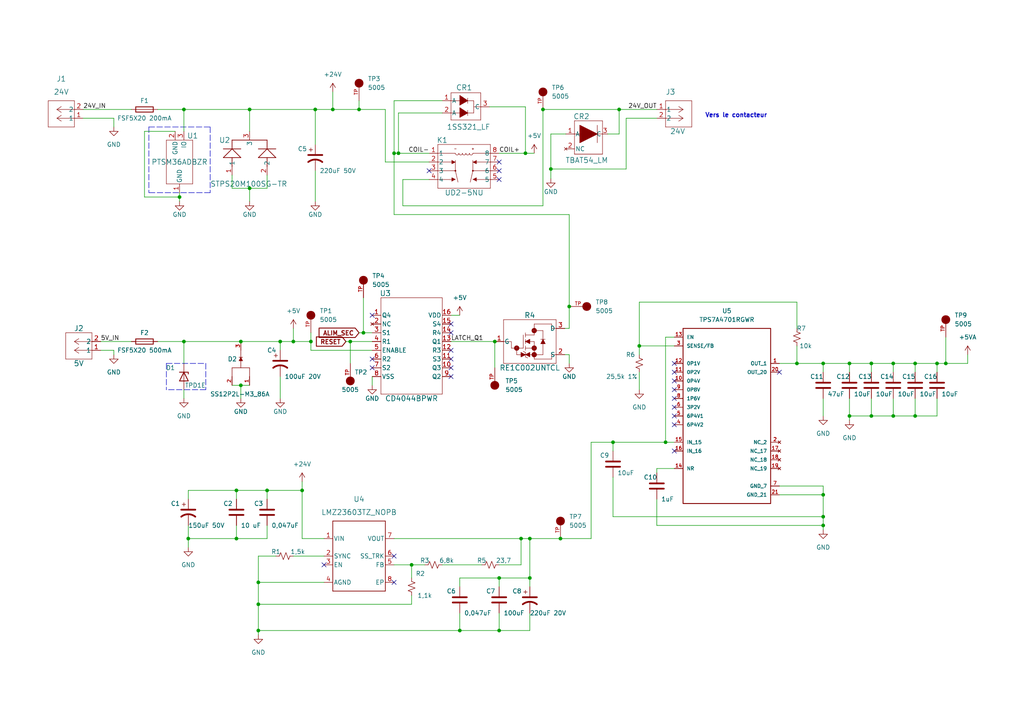
<source format=kicad_sch>
(kicad_sch (version 20211123) (generator eeschema)
  (paper "A4")
  (title_block (title "BUMBLEBEE") (date "2024-01-15") (rev "1.00") (company "ExoFlex") (comment 1 "Bumblebee"))
  (lib_symbols
    (symbol "Device:C" (pin_numbers hide) (pin_names (offset 0.254))
      (property "Reference" "C" (at 0.635 2.54 0))
      (property "Value" "C" (at 0.635 -2.54 0))
      (symbol "C_1_1"
        (pin passive line (at 0 3.81 270) (length 2.794) (name "~") (number "1"))
        (pin passive line (at 0 -3.81 90) (length 2.794) (name "~") (number "2"))
      )
    )
    (symbol "Device:C_Polarized_US" (pin_numbers hide) (pin_names (offset 0.254) hide)
      (property "Reference" "C" (at 0.635 2.54 0))
      (property "Value" "C_Polarized_US" (at 0.635 -2.54 0))
      (symbol "C_Polarized_US_1_1"
        (pin passive line (at 0 3.81 270) (length 2.794) (name "~") (number "1"))
        (pin passive line (at 0 -3.81 90) (length 3.302) (name "~") (number "2"))
      )
    )
    (symbol "Device:D_Zener" (pin_numbers hide) (pin_names (offset 1.016) hide)
      (property "Reference" "D" (at 0 2.54 0))
      (property "Value" "D_Zener" (at 0 -2.54 0))
      (symbol "D_Zener_1_1"
        (pin passive line (at -3.81 0 0) (length 2.54) (name "K") (number "1"))
        (pin passive line (at 3.81 0 180) (length 2.54) (name "A") (number "2"))
      )
    )
    (symbol "Device:Fuse" (pin_numbers hide) (pin_names (offset 0))
      (property "Reference" "F" (at 2.032 0 90))
      (property "Value" "Fuse" (at -1.905 0 90))
      (symbol "Fuse_1_1"
        (pin passive line (at 0 3.81 270) (length 1.27) (name "~") (number "1"))
        (pin passive line (at 0 -3.81 90) (length 1.27) (name "~") (number "2"))
      )
    )
    (symbol "Device:R_Small_US" (pin_numbers hide) (pin_names (offset 0.254) hide)
      (property "Reference" "R" (at 0.762 0.508 0))
      (property "Value" "R_Small_US" (at 0.762 -1.016 0))
      (symbol "R_Small_US_1_1"
        (pin passive line (at 0 2.54 270) (length 1.016) (name "~") (number "1"))
        (pin passive line (at 0 -2.54 90) (length 1.016) (name "~") (number "2"))
      )
    )
    (symbol "SymLib:1729128" (pin_names (offset 0.254))
      (property "Reference" "J" (at 6.35 3.81 0))
      (property "Value" "1729128" (at 8.89 -6.35 0))
      (symbol "1729128_1_1"
        (pin unspecified line (at 2.54 0 0) (length 2.54) (name "1") (number "1"))
        (pin unspecified line (at 2.54 -2.54 0) (length 2.54) (name "2") (number "2"))
      )
      (symbol "1729128_1_2"
        (pin unspecified line (at 0 0 0) (length 5.08) (name "1") (number "1"))
        (pin unspecified line (at 0 -2.54 0) (length 5.08) (name "2") (number "2"))
      )
    )
    (symbol "SymLib:1SS321_LF" (pin_names (offset 0.254))
      (property "Reference" "CR" (at 13.97 6.096 0))
      (property "Value" "1SS321_LF" (at 17.018 -4.572 0))
      (symbol "1SS321_LF_0_1"
        (pin unspecified line (at 10.16 2.54 0) (length 2.54) (name "A") (number "1"))
        (pin unspecified line (at 10.16 -1.016 0) (length 2.54) (name "A") (number "2"))
        (pin unspecified line (at 23.876 0.762 180) (length 2.54) (name "C") (number "3"))
      )
    )
    (symbol "SymLib:5005" (pin_names (offset 1.016))
      (property "Reference" "TP" (at -2.54 2.54 0))
      (property "Value" "5005" (at -2.54 -3.81 0))
      (symbol "5005_0_0"
        (pin passive line (at -5.08 0 0) (length 5.08) (name "~") (number "TP"))
      )
    )
    (symbol "SymLib:CD4044BPWR" (pin_names (offset 0.254))
      (property "Reference" "U" (at 8.89 6.35 0))
      (property "Value" "CD4044BPWR" (at 15.24 -24.13 0))
      (symbol "CD4044BPWR_0_1"
        (pin unspecified line (at 5.08 0 0) (length 2.54) (name "Q4") (number "1"))
        (pin unspecified line (at 27.94 -15.24 180) (length 2.54) (name "Q3") (number "10"))
        (pin unspecified line (at 27.94 -12.7 180) (length 2.54) (name "S3") (number "11"))
        (pin unspecified line (at 27.94 -10.16 180) (length 2.54) (name "R3") (number "12"))
        (pin unspecified line (at 27.94 -7.62 180) (length 2.54) (name "Q1") (number "13"))
        (pin unspecified line (at 27.94 -5.08 180) (length 2.54) (name "R4") (number "14"))
        (pin unspecified line (at 27.94 -2.54 180) (length 2.54) (name "S4") (number "15"))
        (pin power_in line (at 27.94 0 180) (length 2.54) (name "VDD") (number "16"))
        (pin no_connect line (at 5.08 -2.54 0) (length 2.54) (name "NC") (number "2"))
        (pin unspecified line (at 5.08 -5.08 0) (length 2.54) (name "S1") (number "3"))
        (pin unspecified line (at 5.08 -7.62 0) (length 2.54) (name "R1") (number "4"))
        (pin unspecified line (at 5.08 -10.16 0) (length 2.54) (name "ENABLE") (number "5"))
        (pin unspecified line (at 5.08 -12.7 0) (length 2.54) (name "R2") (number "6"))
        (pin unspecified line (at 5.08 -15.24 0) (length 2.54) (name "S2") (number "7"))
        (pin power_in line (at 5.08 -17.78 0) (length 2.54) (name "VSS") (number "8"))
        (pin unspecified line (at 27.94 -17.78 180) (length 2.54) (name "Q2") (number "9"))
      )
    )
    (symbol "SymLib:LMZ23603TZ_NOPB" (pin_names (offset 0.254))
      (property "Reference" "U" (at -13.97 11.43 0))
      (property "Value" "LMZ23603TZ_NOPB" (at -7.62 -11.43 0))
      (symbol "LMZ23603TZ_NOPB_0_1"
        (pin power_in line (at -17.78 5.08 0) (length 2.54) (name "VIN") (number "1"))
        (pin input line (at -17.78 0 0) (length 2.54) (name "SYNC") (number "2"))
        (pin input line (at -17.78 -2.54 0) (length 2.54) (name "EN") (number "3"))
        (pin power_in line (at -17.78 -7.62 0) (length 2.54) (name "AGND") (number "4"))
        (pin input line (at 2.54 -2.54 180) (length 2.54) (name "FB") (number "5"))
        (pin input line (at 2.54 0 180) (length 2.54) (name "SS_TRK") (number "6"))
        (pin power_in line (at 2.54 5.08 180) (length 2.54) (name "VOUT") (number "7"))
        (pin power_in line (at 2.54 -7.62 180) (length 2.54) (name "EP") (number "8"))
      )
    )
    (symbol "SymLib:PTSM36ADBZR" (pin_names (offset 0.254))
      (property "Reference" "U" (at -5.08 5.08 0))
      (property "Value" "PTSM36ADBZR" (at 0 -5.08 0))
      (symbol "PTSM36ADBZR_0_1"
        (pin power_out line (at 8.89 0 180) (length 2.54) (name "GND") (number "1"))
        (pin power_out line (at -8.89 -1.27 0) (length 2.54) (name "GND") (number "2"))
        (pin bidirectional line (at -8.89 1.27 0) (length 2.54) (name "IO") (number "3"))
      )
    )
    (symbol "SymLib:RE1C002UNTCL" (pin_names (offset 0.254))
      (property "Reference" "R" (at 14.605 9.017 0))
      (property "Value" "RE1C002UNTCL" (at 21.59 -6.985 0))
      (symbol "RE1C002UNTCL_0_1"
        (pin unspecified line (at 11.43 1.27 0) (length 2.54) (name "G") (number "1"))
        (pin unspecified line (at 31.75 -2.54 180) (length 2.54) (name "S") (number "2"))
        (pin unspecified line (at 31.75 5.08 180) (length 2.54) (name "D") (number "3"))
      )
    )
    (symbol "SymLib:SS12P2L-M3_86A" (pin_names (offset 1.016))
      (property "Reference" "D" (at -10.16 5.08 0))
      (property "Value" "SS12P2L-M3_86A" (at -10.16 -7.62 0))
      (symbol "SS12P2L-M3_86A_0_0"
        (pin passive line (at -7.62 -2.54 0) (length 2.54) (name "~") (number "1"))
        (pin passive line (at -7.62 2.54 0) (length 2.54) (name "~") (number "2"))
        (pin passive line (at 5.08 0 180) (length 2.54) (name "~") (number "3"))
      )
    )
    (symbol "SymLib:STPS20M100SG-TR" (pin_names (offset 0.254))
      (property "Reference" "U" (at 5.715 -15.24 0))
      (property "Value" "STPS20M100SG-TR" (at 5.715 -19.05 0))
      (symbol "STPS20M100SG-TR_0_1"
        (pin unspecified line (at 0 0 0) (length 2.54) (name "1") (number "1"))
        (pin unspecified line (at 0 -10.16 0) (length 2.54) (name "2") (number "2"))
        (pin unspecified line (at 12.7 -5.08 180) (length 2.54) (name "3") (number "3"))
      )
    )
    (symbol "SymLib:TBAT54_LM" (pin_names (offset 0.254))
      (property "Reference" "CR" (at 8.636 6.35 0))
      (property "Value" "TBAT54_LM" (at 11.43 -6.096 0))
      (symbol "TBAT54_LM_0_1"
        (pin unspecified line (at 4.826 1.27 0) (length 2.54) (name "A") (number "1"))
        (pin no_connect line (at 4.826 -3.048 0) (length 2.54) (name "NC") (number "2"))
        (pin unspecified line (at 17.018 1.27 180) (length 1.54) (name "C") (number "3"))
      )
    )
    (symbol "SymLib:TPS7A4701RGWR" (pin_names (offset 1.016))
      (property "Reference" "U" (at -12.7 26.67 0))
      (property "Value" "TPS7A4701RGWR" (at -12.7 -26.67 0))
      (symbol "TPS7A4701RGWR_0_0"
        (pin output line (at 15.24 15.24 180) (length 2.54) (name "OUT_1") (number "1"))
        (pin input line (at -15.24 10.16 0) (length 2.54) (name "0P4V") (number "10"))
        (pin input line (at -15.24 12.7 0) (length 2.54) (name "0P2V") (number "11"))
        (pin input line (at -15.24 15.24 0) (length 2.54) (name "0P1V") (number "12"))
        (pin input line (at -15.24 22.86 0) (length 2.54) (name "EN") (number "13"))
        (pin passive line (at -15.24 -15.24 0) (length 2.54) (name "NR") (number "14"))
        (pin input line (at -15.24 -7.62 0) (length 2.54) (name "IN_15") (number "15"))
        (pin input line (at -15.24 -10.16 0) (length 2.54) (name "IN_16") (number "16"))
        (pin no_connect line (at 15.24 -10.16 180) (length 2.54) (name "NC_17") (number "17"))
        (pin no_connect line (at 15.24 -12.7 180) (length 2.54) (name "NC_18") (number "18"))
        (pin no_connect line (at 15.24 -15.24 180) (length 2.54) (name "NC_19") (number "19"))
        (pin no_connect line (at 15.24 -7.62 180) (length 2.54) (name "NC_2") (number "2"))
        (pin output line (at 15.24 12.7 180) (length 2.54) (name "OUT_20") (number "20"))
        (pin power_in line (at 15.24 -22.86 180) (length 2.54) (name "GND_21") (number "21"))
        (pin input line (at -15.24 20.32 0) (length 2.54) (name "SENSE/FB") (number "3"))
        (pin input line (at -15.24 -2.54 0) (length 2.54) (name "6P4V2") (number "4"))
        (pin input line (at -15.24 0 0) (length 2.54) (name "6P4V1") (number "5"))
        (pin input line (at -15.24 2.54 0) (length 2.54) (name "3P2V") (number "6"))
        (pin power_in line (at 15.24 -20.32 180) (length 2.54) (name "GND_7") (number "7"))
        (pin input line (at -15.24 5.08 0) (length 2.54) (name "1P6V") (number "8"))
        (pin input line (at -15.24 7.62 0) (length 2.54) (name "0P8V") (number "9"))
      )
    )
    (symbol "SymLib:UD2-5NU" (pin_names (offset 0.254))
      (property "Reference" "K" (at 8.89 3.81 0))
      (property "Value" "UD2-5NU" (at 12.7 -11.43 0))
      (symbol "UD2-5NU_0_1"
        (pin unspecified line (at 5.08 0 0) (length 2.54) (name "1") (number "1"))
        (pin unspecified line (at 5.08 -2.54 0) (length 2.54) (name "2") (number "2"))
        (pin unspecified line (at 5.08 -5.08 0) (length 2.54) (name "3") (number "3"))
        (pin unspecified line (at 5.08 -7.62 0) (length 2.54) (name "4") (number "4"))
        (pin unspecified line (at 25.4 -7.62 180) (length 2.54) (name "5") (number "5"))
        (pin unspecified line (at 25.4 -5.08 180) (length 2.54) (name "6") (number "6"))
        (pin unspecified line (at 25.4 -2.54 180) (length 2.54) (name "7") (number "7"))
        (pin unspecified line (at 25.4 0 180) (length 2.54) (name "8") (number "8"))
      )
    )
    (symbol "power:+24V" (power) (pin_names (offset 0))
      (property "Value" "+24V" (at 0 3.556 0))
      (symbol "+24V_1_1"
        (pin power_in line (at 0 0 90) (length 0) hide (name "+24V") (number "1"))
      )
    )
    (symbol "power:+5V" (power) (pin_names (offset 0))
      (property "Value" "+5V" (at 0 3.556 0))
      (symbol "+5V_1_1"
        (pin power_in line (at 0 0 90) (length 0) hide (name "+5V") (number "1"))
      )
    )
    (symbol "power:+5VA" (power) (pin_names (offset 0))
      (property "Value" "+5VA" (at 0 3.556 0))
      (symbol "+5VA_1_1"
        (pin power_in line (at 0 0 90) (length 0) hide (name "+5VA") (number "1"))
      )
    )
    (symbol "power:GND" (power) (pin_names (offset 0))
      (property "Value" "GND" (at 0 -3.81 0))
      (symbol "GND_1_1"
        (pin power_in line (at 0 0 270) (length 0) hide (name "GND") (number "1"))
      )
    )
  )
  (junction (at 74.93 182.88))
  (junction (at 104.14 31.75))
  (junction (at 238.76 152.4))
  (junction (at 72.39 54.61))
  (junction (at 153.67 167.64))
  (junction (at 246.38 120.65))
  (junction (at 52.07 57.15))
  (junction (at 114.3 44.45))
  (junction (at 271.78 105.41))
  (junction (at 133.35 182.88))
  (junction (at 53.34 99.06))
  (junction (at 153.67 156.21))
  (junction (at 238.76 105.41))
  (junction (at 115.57 44.45))
  (junction (at 68.58 142.24))
  (junction (at 265.43 105.41))
  (junction (at 87.63 142.24))
  (junction (at 74.93 175.26))
  (junction (at 238.76 143.51))
  (junction (at 105.41 96.52))
  (junction (at 81.28 99.06))
  (junction (at 144.78 167.64))
  (junction (at 259.08 120.65))
  (junction (at 179.578 31.75))
  (junction (at 246.38 105.41))
  (junction (at 72.39 31.75))
  (junction (at 144.78 182.88))
  (junction (at 259.08 105.41))
  (junction (at 185.42 100.33))
  (junction (at 265.43 120.65))
  (junction (at 252.73 105.41))
  (junction (at 177.8 128.27))
  (junction (at 74.93 168.91))
  (junction (at 85.09 99.06))
  (junction (at 193.04 128.27))
  (junction (at 101.6 99.06))
  (junction (at 151.13 156.21))
  (junction (at 96.52 31.75))
  (junction (at 69.85 111.76))
  (junction (at 69.85 99.06))
  (junction (at 53.34 31.75))
  (junction (at 159.766 49.022))
  (junction (at 143.51 99.06))
  (junction (at 165.1 88.9))
  (junction (at 231.14 105.41))
  (junction (at 54.61 156.21))
  (junction (at 90.17 99.06))
  (junction (at 238.76 149.86))
  (junction (at 68.58 156.21))
  (junction (at 157.48 31.75))
  (junction (at 274.32 105.41))
  (junction (at 91.44 31.75))
  (junction (at 152.4 44.45))
  (junction (at 77.47 142.24))
  (junction (at 119.38 163.83))
  (junction (at 252.73 120.65))
  (junction (at 162.56 156.21))
  (no_connect (at 124.46 49.53))
  (no_connect (at 107.95 91.44))
  (no_connect (at 195.58 110.49))
  (no_connect (at 195.58 105.41))
  (no_connect (at 195.58 120.65))
  (no_connect (at 195.58 113.03))
  (no_connect (at 195.58 130.81))
  (no_connect (at 195.58 115.57))
  (no_connect (at 107.95 106.68))
  (no_connect (at 93.98 163.83))
  (no_connect (at 130.81 104.14))
  (no_connect (at 107.95 104.14))
  (no_connect (at 130.81 109.22))
  (no_connect (at 195.58 118.11))
  (no_connect (at 130.81 106.68))
  (no_connect (at 144.78 46.99))
  (no_connect (at 195.58 107.95))
  (no_connect (at 130.81 101.6))
  (no_connect (at 144.78 49.53))
  (no_connect (at 195.58 123.19))
  (no_connect (at 114.3 168.91))
  (no_connect (at 226.06 107.95))
  (no_connect (at 144.78 52.07))
  (no_connect (at 114.3 161.29))
  (no_connect (at 130.81 93.98))
  (no_connect (at 130.81 96.52))
  (wire (pts (xy 176.276 38.862) (xy 179.578 38.862)))
  (wire (pts (xy 153.67 156.21) (xy 153.67 167.64)))
  (wire (pts (xy 53.34 38.1) (xy 53.34 31.75)))
  (wire (pts (xy 91.44 31.75) (xy 96.52 31.75)))
  (wire (pts (xy 252.73 105.41) (xy 252.73 107.95)))
  (wire (pts (xy 144.78 182.88) (xy 153.67 182.88)))
  (wire (pts (xy 153.67 177.8) (xy 153.67 182.88)))
  (wire (pts (xy 87.63 139.7) (xy 87.63 142.24)))
  (wire (pts (xy 85.09 95.25) (xy 85.09 99.06)))
  (wire (pts (xy 163.83 102.87) (xy 165.1 102.87)))
  (wire (pts (xy 100.33 99.06) (xy 101.6 99.06)))
  (wire (pts (xy 29.21 99.06) (xy 38.1 99.06)))
  (wire (pts (xy 185.42 100.33) (xy 195.58 100.33)))
  (wire (pts (xy 69.85 111.76) (xy 69.85 115.57)))
  (wire (pts (xy 246.38 120.65) (xy 246.38 121.92)))
  (wire (pts (xy 193.04 128.27) (xy 195.58 128.27)))
  (wire (pts (xy 114.3 44.45) (xy 114.3 62.23)))
  (wire (pts (xy 101.6 99.06) (xy 101.6 105.41)))
  (wire (pts (xy 128.27 32.766) (xy 115.57 32.766)))
  (wire (pts (xy 72.39 38.1) (xy 72.39 31.75)))
  (wire (pts (xy 259.08 115.57) (xy 259.08 120.65)))
  (wire (pts (xy 252.73 115.57) (xy 252.73 120.65)))
  (wire (pts (xy 144.78 44.45) (xy 152.4 44.45)))
  (wire (pts (xy 114.3 163.83) (xy 119.38 163.83)))
  (wire (pts (xy 141.986 30.988) (xy 152.4 30.988)))
  (wire (pts (xy 246.38 105.41) (xy 252.73 105.41)))
  (wire (pts (xy 265.43 105.41) (xy 271.78 105.41)))
  (wire (pts (xy 90.17 101.6) (xy 107.95 101.6)))
  (wire (pts (xy 101.6 99.06) (xy 107.95 99.06)))
  (wire (pts (xy 104.14 96.52) (xy 105.41 96.52)))
  (wire (pts (xy 271.78 105.41) (xy 271.78 107.95)))
  (wire (pts (xy 259.08 105.41) (xy 265.43 105.41)))
  (wire (pts (xy 67.31 50.8) (xy 67.31 54.61)))
  (wire (pts (xy 116.84 59.69) (xy 157.48 59.69)))
  (wire (pts (xy 238.76 152.4) (xy 238.76 153.67)))
  (wire (pts (xy 128.27 163.83) (xy 139.7 163.83)))
  (wire (pts (xy 115.57 32.766) (xy 115.57 44.45)))
  (wire (pts (xy 114.3 29.21) (xy 114.3 44.45)))
  (wire (pts (xy 111.76 31.75) (xy 111.76 46.99)))
  (wire (pts (xy 53.34 105.41) (xy 53.34 99.06)))
  (wire (pts (xy 53.34 31.75) (xy 45.72 31.75)))
  (wire (pts (xy 238.76 140.97) (xy 238.76 143.51)))
  (polyline (pts (xy 59.69 105.41) (xy 59.69 113.03)))
  (wire (pts (xy 177.8 149.86) (xy 238.76 149.86)))
  (wire (pts (xy 96.52 31.75) (xy 104.14 31.75)))
  (wire (pts (xy 144.78 167.64) (xy 133.35 167.64)))
  (wire (pts (xy 165.1 62.23) (xy 165.1 88.9)))
  (polyline (pts (xy 43.18 36.83) (xy 43.18 55.88)))
  (wire (pts (xy 165.1 102.87) (xy 165.1 105.41)))
  (wire (pts (xy 115.57 44.45) (xy 124.46 44.45)))
  (wire (pts (xy 159.766 38.862) (xy 159.766 49.022)))
  (wire (pts (xy 226.06 143.51) (xy 238.76 143.51)))
  (wire (pts (xy 259.08 105.41) (xy 259.08 107.95)))
  (wire (pts (xy 231.14 105.41) (xy 238.76 105.41)))
  (wire (pts (xy 252.73 105.41) (xy 259.08 105.41)))
  (wire (pts (xy 114.3 156.21) (xy 151.13 156.21)))
  (wire (pts (xy 41.91 38.1) (xy 41.91 57.15)))
  (wire (pts (xy 143.51 99.06) (xy 143.51 106.68)))
  (wire (pts (xy 54.61 156.21) (xy 54.61 152.4)))
  (wire (pts (xy 68.58 156.21) (xy 77.47 156.21)))
  (wire (pts (xy 24.13 34.29) (xy 33.02 34.29)))
  (wire (pts (xy 74.93 182.88) (xy 133.35 182.88)))
  (wire (pts (xy 68.58 144.78) (xy 68.58 142.24)))
  (wire (pts (xy 119.38 163.83) (xy 119.38 167.64)))
  (wire (pts (xy 181.61 49.022) (xy 159.766 49.022)))
  (wire (pts (xy 193.04 97.79) (xy 195.58 97.79)))
  (wire (pts (xy 90.17 96.52) (xy 90.17 99.06)))
  (wire (pts (xy 74.93 175.26) (xy 119.38 175.26)))
  (wire (pts (xy 91.44 49.53) (xy 91.44 58.42)))
  (wire (pts (xy 53.34 113.03) (xy 53.34 115.57)))
  (wire (pts (xy 179.578 38.862) (xy 179.578 31.75)))
  (wire (pts (xy 179.578 31.75) (xy 190.5 31.75)))
  (wire (pts (xy 72.39 31.75) (xy 91.44 31.75)))
  (wire (pts (xy 185.42 87.63) (xy 185.42 100.33)))
  (wire (pts (xy 105.41 86.36) (xy 105.41 96.52)))
  (wire (pts (xy 72.39 111.76) (xy 69.85 111.76)))
  (wire (pts (xy 246.38 120.65) (xy 252.73 120.65)))
  (wire (pts (xy 238.76 105.41) (xy 238.76 107.95)))
  (wire (pts (xy 90.17 99.06) (xy 90.17 101.6)))
  (wire (pts (xy 33.02 101.6) (xy 29.21 101.6)))
  (polyline (pts (xy 48.26 105.41) (xy 48.26 113.03)))
  (wire (pts (xy 133.35 182.88) (xy 144.78 182.88)))
  (wire (pts (xy 177.8 138.43) (xy 177.8 149.86)))
  (wire (pts (xy 74.93 168.91) (xy 74.93 175.26)))
  (wire (pts (xy 50.8 38.1) (xy 41.91 38.1)))
  (wire (pts (xy 226.06 140.97) (xy 238.76 140.97)))
  (wire (pts (xy 69.85 99.06) (xy 81.28 99.06)))
  (wire (pts (xy 252.73 120.65) (xy 259.08 120.65)))
  (wire (pts (xy 157.48 31.75) (xy 179.578 31.75)))
  (wire (pts (xy 165.1 95.25) (xy 163.83 95.25)))
  (wire (pts (xy 181.61 34.29) (xy 181.61 49.022)))
  (wire (pts (xy 133.35 167.64) (xy 133.35 170.18)))
  (wire (pts (xy 246.38 105.41) (xy 246.38 107.95)))
  (wire (pts (xy 81.28 99.06) (xy 85.09 99.06)))
  (wire (pts (xy 144.78 177.8) (xy 144.78 182.88)))
  (wire (pts (xy 53.34 31.75) (xy 72.39 31.75)))
  (wire (pts (xy 119.38 163.83) (xy 123.19 163.83)))
  (wire (pts (xy 33.02 34.29) (xy 33.02 36.83)))
  (wire (pts (xy 33.02 102.87) (xy 33.02 101.6)))
  (wire (pts (xy 104.14 31.75) (xy 111.76 31.75)))
  (wire (pts (xy 185.42 107.95) (xy 185.42 113.03)))
  (wire (pts (xy 67.31 111.76) (xy 69.85 111.76)))
  (wire (pts (xy 238.76 115.57) (xy 238.76 120.65)))
  (wire (pts (xy 265.43 120.65) (xy 271.78 120.65)))
  (wire (pts (xy 181.61 34.29) (xy 190.5 34.29)))
  (wire (pts (xy 68.58 142.24) (xy 77.47 142.24)))
  (wire (pts (xy 87.63 156.21) (xy 93.98 156.21)))
  (wire (pts (xy 128.27 29.21) (xy 114.3 29.21)))
  (wire (pts (xy 114.3 44.45) (xy 115.57 44.45)))
  (wire (pts (xy 177.8 128.27) (xy 193.04 128.27)))
  (wire (pts (xy 231.14 100.33) (xy 231.14 105.41)))
  (wire (pts (xy 280.67 102.87) (xy 280.67 105.41)))
  (wire (pts (xy 238.76 149.86) (xy 238.76 152.4)))
  (wire (pts (xy 238.76 143.51) (xy 238.76 149.86)))
  (wire (pts (xy 246.38 115.57) (xy 246.38 120.65)))
  (wire (pts (xy 74.93 182.88) (xy 74.93 184.15)))
  (wire (pts (xy 151.13 163.83) (xy 151.13 156.21)))
  (polyline (pts (xy 43.18 36.83) (xy 60.96 36.83)))
  (wire (pts (xy 231.14 87.63) (xy 185.42 87.63)))
  (wire (pts (xy 190.5 135.89) (xy 190.5 137.16)))
  (wire (pts (xy 107.95 109.22) (xy 107.95 111.76)))
  (polyline (pts (xy 60.96 36.83) (xy 60.96 55.88)))
  (wire (pts (xy 265.43 115.57) (xy 265.43 120.65)))
  (wire (pts (xy 111.76 46.99) (xy 124.46 46.99)))
  (wire (pts (xy 193.04 128.27) (xy 193.04 97.79)))
  (wire (pts (xy 177.8 128.27) (xy 177.8 130.81)))
  (wire (pts (xy 162.56 156.21) (xy 171.45 156.21)))
  (polyline (pts (xy 48.26 105.41) (xy 59.69 105.41)))
  (wire (pts (xy 54.61 158.75) (xy 54.61 156.21)))
  (polyline (pts (xy 59.69 113.03) (xy 48.26 113.03)))
  (wire (pts (xy 119.38 175.26) (xy 119.38 172.72)))
  (wire (pts (xy 190.5 152.4) (xy 238.76 152.4)))
  (wire (pts (xy 271.78 105.41) (xy 274.32 105.41)))
  (wire (pts (xy 74.93 161.29) (xy 74.93 168.91)))
  (wire (pts (xy 238.76 105.41) (xy 246.38 105.41)))
  (wire (pts (xy 77.47 152.4) (xy 77.47 156.21)))
  (wire (pts (xy 77.47 144.78) (xy 77.47 142.24)))
  (wire (pts (xy 185.42 102.87) (xy 185.42 100.33)))
  (wire (pts (xy 81.28 101.6) (xy 81.28 99.06)))
  (wire (pts (xy 68.58 142.24) (xy 54.61 142.24)))
  (wire (pts (xy 74.93 175.26) (xy 74.93 182.88)))
  (wire (pts (xy 85.09 161.29) (xy 93.98 161.29)))
  (wire (pts (xy 152.4 30.988) (xy 152.4 44.45)))
  (wire (pts (xy 226.06 105.41) (xy 231.14 105.41)))
  (wire (pts (xy 114.3 62.23) (xy 165.1 62.23)))
  (wire (pts (xy 54.61 156.21) (xy 68.58 156.21)))
  (wire (pts (xy 231.14 95.25) (xy 231.14 87.63)))
  (wire (pts (xy 151.13 156.21) (xy 153.67 156.21)))
  (wire (pts (xy 116.84 52.07) (xy 124.46 52.07)))
  (wire (pts (xy 171.45 128.27) (xy 171.45 156.21)))
  (wire (pts (xy 171.45 128.27) (xy 177.8 128.27)))
  (wire (pts (xy 130.81 91.44) (xy 133.35 91.44)))
  (wire (pts (xy 41.91 57.15) (xy 52.07 57.15)))
  (wire (pts (xy 159.766 49.022) (xy 159.766 51.816)))
  (wire (pts (xy 77.47 50.8) (xy 77.47 54.61)))
  (wire (pts (xy 265.43 105.41) (xy 265.43 107.95)))
  (wire (pts (xy 53.34 99.06) (xy 69.85 99.06)))
  (wire (pts (xy 67.31 54.61) (xy 72.39 54.61)))
  (wire (pts (xy 195.58 135.89) (xy 190.5 135.89)))
  (wire (pts (xy 105.41 96.52) (xy 107.95 96.52)))
  (wire (pts (xy 87.63 142.24) (xy 87.63 156.21)))
  (wire (pts (xy 91.44 41.91) (xy 91.44 31.75)))
  (wire (pts (xy 153.67 167.64) (xy 153.67 170.18)))
  (wire (pts (xy 81.28 109.22) (xy 81.28 115.57)))
  (wire (pts (xy 144.78 163.83) (xy 151.13 163.83)))
  (wire (pts (xy 24.13 31.75) (xy 38.1 31.75)))
  (wire (pts (xy 271.78 115.57) (xy 271.78 120.65)))
  (wire (pts (xy 116.84 59.69) (xy 116.84 52.07)))
  (wire (pts (xy 52.07 57.15) (xy 52.07 55.88)))
  (wire (pts (xy 104.14 29.21) (xy 104.14 31.75)))
  (wire (pts (xy 133.35 177.8) (xy 133.35 182.88)))
  (wire (pts (xy 77.47 142.24) (xy 87.63 142.24)))
  (wire (pts (xy 52.07 58.42) (xy 52.07 57.15)))
  (wire (pts (xy 53.34 99.06) (xy 45.72 99.06)))
  (wire (pts (xy 96.52 26.67) (xy 96.52 31.75)))
  (wire (pts (xy 93.98 168.91) (xy 74.93 168.91)))
  (wire (pts (xy 165.1 88.9) (xy 165.1 95.25)))
  (wire (pts (xy 68.58 152.4) (xy 68.58 156.21)))
  (wire (pts (xy 190.5 144.78) (xy 190.5 152.4)))
  (wire (pts (xy 72.39 58.42) (xy 72.39 54.61)))
  (wire (pts (xy 54.61 144.78) (xy 54.61 142.24)))
  (wire (pts (xy 157.48 59.69) (xy 157.48 31.75)))
  (wire (pts (xy 85.09 99.06) (xy 90.17 99.06)))
  (wire (pts (xy 77.47 54.61) (xy 72.39 54.61)))
  (wire (pts (xy 164.084 38.862) (xy 159.766 38.862)))
  (wire (pts (xy 274.32 105.41) (xy 280.67 105.41)))
  (wire (pts (xy 80.01 161.29) (xy 74.93 161.29)))
  (wire (pts (xy 144.78 167.64) (xy 144.78 170.18)))
  (wire (pts (xy 143.51 99.06) (xy 130.81 99.06)))
  (wire (pts (xy 259.08 120.65) (xy 265.43 120.65)))
  (wire (pts (xy 152.4 44.45) (xy 154.94 44.45)))
  (wire (pts (xy 153.67 156.21) (xy 162.56 156.21)))
  (wire (pts (xy 274.32 97.79) (xy 274.32 105.41)))
  (polyline (pts (xy 60.96 55.88) (xy 43.18 55.88)))
  (wire (pts (xy 153.67 167.64) (xy 144.78 167.64)))
  (text "Vers le contacteur" (at 204.47 34.29 0) (effects (font (size 1.27 1.27) (thickness 0.254) bold) (justify left bottom)))
  (label "COIL-" (at 124.46 44.45 180))
  (label "5V_IN" (at 29.21 99.06 0))
  (label "COIL+" (at 144.78 44.45 0))
  (label "LATCH_Q1" (at 130.81 99.06 0))
  (label "24V_IN" (at 24.13 31.75 0))
  (label "24V_OUT" (at 190.5 31.75 180))
  (global_label "RESET" (shape input) (at 100.33 99.06 180) (effects (font (thickness 0.254) bold)) (property "Intersheet References" "${INTERSHEET_REFS}" (effects hide)))
  (global_label "ALIM_SEC" (shape input) (at 104.14 96.52 180) (effects (font (thickness 0.254) bold)) (property "Intersheet References" "${INTERSHEET_REFS}" (effects hide)))
  (symbol (lib_id "Device:D_Zener") (at 53.34 109.22 270) (unit 1)
    (property "Reference" "D1" (at 50.8 106.68 90) (effects (justify right)))
    (property "Value" "TPD1E" (at 59.69 111.76 90) (effects (justify right)))
    (property "Footprint" "FootPrint:DPY2_TEX" (effects hide))
  )
  (symbol (lib_id "power:+24V") (at 87.63 139.7 0) (unit 1)
    (property "Reference" "#PWR011" (effects hide))
    (property "Value" "+24V" (at 87.63 134.62 0))
  )
  (symbol (lib_id "Device:C_Polarized_US") (at 153.67 173.99 0) (unit 1)
    (property "Reference" "C8" (at 148.59 171.45 0) (effects (justify left)))
    (property "Value" "220uF 20V" (at 153.67 177.8 0) (effects (justify left)))
    (property "Footprint" "FootPrint:CAP_20SVPK220M" (effects hide))
  )
  (symbol (lib_id "power:+24V") (at 96.52 26.67 0) (unit 1)
    (property "Reference" "#PWR013" (effects hide))
    (property "Value" "+24V" (at 96.52 21.59 0))
  )
  (symbol (lib_id "power:GND") (at 69.85 115.57 0) (unit 1)
    (property "Reference" "#PWR06" (effects hide))
    (property "Value" "GND" (at 69.85 119.38 0))
  )
  (symbol (lib_id "power:GND") (at 54.61 158.75 0) (unit 1)
    (property "Reference" "#PWR05" (effects hide))
    (property "Value" "GND" (at 54.61 163.83 0))
  )
  (symbol (lib_id "power:GND") (at 72.39 58.42 0) (unit 1)
    (property "Reference" "#PWR07" (effects hide))
    (property "Value" "GND" (at 72.39 62.23 0))
  )
  (symbol (lib_id "SymLib:1SS321_LF") (at 118.11 31.75 0) (unit 1)
    (property "Reference" "CR1" (at 134.62 25.4 0) (effects (font (size 1.524 1.524))))
    (property "Value" "1SS321_LF" (at 135.89 36.83 0) (effects (font (size 1.524 1.524))))
    (property "Footprint" "FootPrint:1SS321_LF" (effects hide))
    (property "Datasheet" "1SS321_LF" (effects hide))
  )
  (symbol (lib_id "SymLib:5005") (at 162.56 151.13 90) (unit 1)
    (property "Reference" "TP7" (at 165.1 149.8599 90) (effects (justify right)))
    (property "Value" "5005" (at 165.1 152.3999 90) (effects (justify right)))
    (property "Footprint" "FootPrint:KEYSTONE_5005" (effects hide))
    (property "MF" "Keystone Electronics" (effects hide))
    (property "DESCRIPTION" "Compact THM Test Point -Red" (effects hide))
    (property "PACKAGE" "NON STANDARD-1 Keystone" (effects hide))
    (property "PRICE" "None" (effects hide))
    (property "MP" "5005" (effects hide))
    (property "AVAILABILITY" "In Stock" (effects hide))
    (property "PURCHASE-URL" "https://pricing.snapeda.com/search/part/5005/?ref=eda" (effects hide))
  )
  (symbol (lib_id "Device:C_Polarized_US") (at 81.28 105.41 0) (unit 1)
    (property "Reference" "C4" (at 77.47 101.6 0) (effects (justify left)))
    (property "Value" "100uF 20V" (at 82.55 109.22 0) (effects (justify left)))
    (property "Footprint" "FootPrint:CAP_PC_8X7_NCH" (effects hide))
  )
  (symbol (lib_id "SymLib:5005") (at 274.32 92.71 90) (unit 1)
    (property "Reference" "TP9" (at 276.86 91.4399 90) (effects (justify right)))
    (property "Value" "5005" (at 276.86 93.9799 90) (effects (justify right)))
    (property "Footprint" "FootPrint:KEYSTONE_5005" (effects hide))
    (property "MF" "Keystone Electronics" (effects hide))
    (property "DESCRIPTION" "Compact THM Test Point -Red" (effects hide))
    (property "PACKAGE" "NON STANDARD-1 Keystone" (effects hide))
    (property "PRICE" "None" (effects hide))
    (property "MP" "5005" (effects hide))
    (property "AVAILABILITY" "In Stock" (effects hide))
    (property "PURCHASE-URL" "https://pricing.snapeda.com/search/part/5005/?ref=eda" (effects hide))
  )
  (symbol (lib_id "Device:C") (at 259.08 111.76 0) (unit 1)
    (property "Reference" "C14" (at 255.27 109.22 0) (effects (justify left)))
    (property "Value" "10uF" (at 260.35 114.3 0) (effects (justify left)))
    (property "Footprint" "Capacitor_SMD:C_0603_1608Metric" (effects hide))
  )
  (symbol (lib_id "SymLib:LMZ23603TZ_NOPB") (at 111.76 161.29 0) (unit 1)
    (property "Reference" "U4" (at 104.14 144.78 0) (effects (font (size 1.524 1.524))))
    (property "Value" "LMZ23603TZ_NOPB" (at 104.14 148.59 0) (effects (font (size 1.524 1.524))))
    (property "Footprint" "FootPrint:LMZ23603" (effects hide))
    (property "Datasheet" "LMZ23603TZ/NOPB" (effects hide))
  )
  (symbol (lib_id "SymLib:TPS7A4701RGWR") (at 210.82 120.65 0) (unit 1)
    (property "Reference" "U5" (at 210.82 90.17 0))
    (property "Value" "TPS7A4701RGWR" (at 210.82 92.71 0))
    (property "Footprint" "FootPrint:TPS7A470" (effects hide))
    (property "PARTREV" "4204100/C 07/11" (effects hide))
    (property "STANDARD" "IPC-7351B" (effects hide))
    (property "MAXIMUM_PACKAGE_HEIGHT" "1.00mm" (effects hide))
    (property "MANUFACTURER" "Texas Instruments" (effects hide))
  )
  (symbol (lib_id "SymLib:CD4044BPWR") (at 102.87 91.44 0) (unit 1)
    (property "Reference" "U3" (at 111.76 85.09 0) (effects (font (size 1.524 1.524))))
    (property "Value" "CD4044BPWR" (at 119.38 115.57 0) (effects (font (size 1.524 1.524))))
    (property "Footprint" "FootPrint:CD4044BPWR" (effects hide))
    (property "Datasheet" "CD4044BPWR" (effects hide))
  )
  (symbol (lib_id "SymLib:PTSM36ADBZR") (at 52.07 46.99 270) (unit 1)
    (property "Reference" "U1" (at 55.88 39.37 90) (effects (font (size 1.524 1.524))))
    (property "Value" "PTSM36ADBZR" (at 52.07 46.99 90) (effects (font (size 1.524 1.524))))
    (property "Footprint" "SOT-23-3_DBZ_TEX" (effects hide))
    (property "Datasheet" "PTSM36ADBZR" (effects hide))
  )
  (symbol (lib_id "power:+5VA") (at 280.67 102.87 0) (unit 1)
    (property "Reference" "#PWR023" (effects hide))
    (property "Value" "+5VA" (at 280.67 97.79 0))
  )
  (symbol (lib_id "Device:C") (at 246.38 111.76 0) (unit 1)
    (property "Reference" "C12" (at 242.57 109.22 0) (effects (justify left)))
    (property "Value" "10uF" (at 247.65 114.3 0) (effects (justify left)))
    (property "Footprint" "Capacitor_SMD:C_0603_1608Metric" (effects hide))
  )
  (symbol (lib_id "Device:Fuse") (at 41.91 99.06 90) (unit 1)
    (property "Reference" "F2" (at 41.91 96.52 90))
    (property "Value" "FSF5X20 500mA" (at 41.91 101.6 90))
    (property "Footprint" "FootPrint:696108003002" (effects hide))
  )
  (symbol (lib_id "SymLib:5005") (at 157.48 26.67 90) (unit 1)
    (property "Reference" "TP6" (at 160.02 25.3999 90) (effects (justify right)))
    (property "Value" "5005" (at 160.02 27.9399 90) (effects (justify right)))
    (property "Footprint" "FootPrint:KEYSTONE_5005" (effects hide))
    (property "MF" "Keystone Electronics" (effects hide))
    (property "DESCRIPTION" "Compact THM Test Point -Red" (effects hide))
    (property "PACKAGE" "NON STANDARD-1 Keystone" (effects hide))
    (property "PRICE" "None" (effects hide))
    (property "MP" "5005" (effects hide))
    (property "AVAILABILITY" "In Stock" (effects hide))
    (property "PURCHASE-URL" "https://pricing.snapeda.com/search/part/5005/?ref=eda" (effects hide))
  )
  (symbol (lib_id "power:GND") (at 107.95 111.76 0) (unit 1)
    (property "Reference" "#PWR014" (effects hide))
    (property "Value" "GND" (at 107.95 115.57 0))
  )
  (symbol (lib_id "Device:R_Small_US") (at 231.14 97.79 180) (unit 1)
    (property "Reference" "R7" (at 232.41 95.25 0))
    (property "Value" "10k" (at 233.68 100.33 0))
    (property "Footprint" "Resistor_SMD:R_0603_1608Metric" (effects hide))
  )
  (symbol (lib_id "Device:C") (at 265.43 111.76 0) (unit 1)
    (property "Reference" "C15" (at 261.62 109.22 0) (effects (justify left)))
    (property "Value" "10uF" (at 266.7 114.3 0) (effects (justify left)))
    (property "Footprint" "Capacitor_SMD:C_0603_1608Metric" (effects hide))
  )
  (symbol (lib_id "Device:C") (at 177.8 134.62 0) (unit 1)
    (property "Reference" "C9" (at 173.99 132.08 0) (effects (justify left)))
    (property "Value" "10uF" (at 179.07 137.16 0) (effects (justify left)))
    (property "Footprint" "Capacitor_SMD:C_0603_1608Metric" (effects hide))
  )
  (symbol (lib_id "power:GND") (at 33.02 102.87 0) (unit 1)
    (property "Reference" "#PWR02" (effects hide))
    (property "Value" "GND" (at 33.02 107.95 0))
  )
  (symbol (lib_id "SymLib:5005") (at 101.6 110.49 270) (unit 1)
    (property "Reference" "TP2" (at 102.87 107.95 90) (effects (justify left)))
    (property "Value" "5005" (at 99.06 113.03 90) (effects (justify left)))
    (property "Footprint" "FootPrint:KEYSTONE_5005" (effects hide))
    (property "MF" "Keystone Electronics" (effects hide))
    (property "DESCRIPTION" "Compact THM Test Point -Red" (effects hide))
    (property "PACKAGE" "NON STANDARD-1 Keystone" (effects hide))
    (property "PRICE" "None" (effects hide))
    (property "MP" "5005" (effects hide))
    (property "AVAILABILITY" "In Stock" (effects hide))
    (property "PURCHASE-URL" "https://pricing.snapeda.com/search/part/5005/?ref=eda" (effects hide))
  )
  (symbol (lib_id "Device:R_Small_US") (at 119.38 170.18 180) (unit 1)
    (property "Reference" "R2" (at 121.92 166.37 0))
    (property "Value" "1,1k" (at 123.19 172.72 0))
    (property "Footprint" "Resistor_SMD:R_0603_1608Metric" (effects hide))
  )
  (symbol (lib_id "SymLib:UD2-5NU") (at 119.38 44.45 0) (unit 1)
    (property "Reference" "K1" (at 128.27 40.64 0) (effects (font (size 1.524 1.524))))
    (property "Value" "UD2-5NU" (at 134.62 55.88 0) (effects (font (size 1.524 1.524))))
    (property "Footprint" "FootPrint:UD2_NU_KEM-L" (effects hide))
    (property "Datasheet" "UD2-5NU" (effects hide))
  )
  (symbol (lib_id "SymLib:1729128") (at 187.96 31.75 0) (unit 1)
    (property "Reference" "J3" (at 193.04 26.67 0) (effects (font (size 1.524 1.524)) (justify left)))
    (property "Value" "24V" (at 194.31 38.1 0) (effects (font (size 1.524 1.524)) (justify left)))
    (property "Footprint" "FootPrint:TerminalBlock14AWG" (effects hide))
    (property "Datasheet" "1729128" (effects hide))
  )
  (symbol (lib_id "Device:C") (at 190.5 140.97 0) (unit 1)
    (property "Reference" "C10" (at 186.69 138.43 0) (effects (justify left)))
    (property "Value" "1uF" (at 191.77 144.78 0) (effects (justify left)))
    (property "Footprint" "Capacitor_SMD:C_0603_1608Metric" (effects hide))
  )
  (symbol (lib_id "power:+5V") (at 133.35 91.44 0) (unit 1)
    (property "Reference" "#PWR015" (effects hide))
    (property "Value" "+5V" (at 133.35 86.36 0))
  )
  (symbol (lib_id "power:GND") (at 246.38 121.92 0) (unit 1)
    (property "Reference" "#PWR022" (effects hide))
    (property "Value" "GND" (at 246.38 127 0))
  )
  (symbol (lib_id "Device:Fuse") (at 41.91 31.75 90) (unit 1)
    (property "Reference" "F1" (at 41.91 29.21 90))
    (property "Value" "FSF5X20 200mA" (at 41.91 34.29 90))
    (property "Footprint" "FootPrint:696108003002" (effects hide))
  )
  (symbol (lib_id "Device:C") (at 144.78 173.99 0) (unit 1)
    (property "Reference" "C7" (at 140.97 171.45 0) (effects (justify left)))
    (property "Value" "100uF" (at 146.05 177.8 0) (effects (justify left)))
    (property "Footprint" "Capacitor_SMD:C_1210_3225Metric" (effects hide))
  )
  (symbol (lib_id "SymLib:5005") (at 90.17 91.44 90) (unit 1)
    (property "Reference" "TP1" (at 92.71 90.1699 90) (effects (justify right)))
    (property "Value" "5005" (at 92.71 92.7099 90) (effects (justify right)))
    (property "Footprint" "FootPrint:KEYSTONE_5005" (effects hide))
    (property "MF" "Keystone Electronics" (effects hide))
    (property "DESCRIPTION" "Compact THM Test Point -Red" (effects hide))
    (property "PACKAGE" "NON STANDARD-1 Keystone" (effects hide))
    (property "PRICE" "None" (effects hide))
    (property "MP" "5005" (effects hide))
    (property "AVAILABILITY" "In Stock" (effects hide))
    (property "PURCHASE-URL" "https://pricing.snapeda.com/search/part/5005/?ref=eda" (effects hide))
  )
  (symbol (lib_id "Device:R_Small_US") (at 185.42 105.41 180) (unit 1)
    (property "Reference" "R6" (at 182.88 102.87 0))
    (property "Value" "25,5k 1%" (at 180.34 109.22 0))
    (property "Footprint" "Resistor_SMD:R_0603_1608Metric" (effects hide))
  )
  (symbol (lib_id "SymLib:RE1C002UNTCL") (at 132.08 100.33 0) (unit 1)
    (property "Reference" "R4" (at 153.67 91.44 0) (effects (font (size 1.524 1.524))))
    (property "Value" "RE1C002UNTCL" (at 153.67 106.68 0) (effects (font (size 1.524 1.524))))
    (property "Footprint" "FootPrint:DIO_RB558WMF_ROM" (effects hide))
    (property "Datasheet" "RE1C002UNTCL" (effects hide))
  )
  (symbol (lib_id "SymLib:TBAT54_LM") (at 159.258 40.132 0) (unit 1)
    (property "Reference" "CR2" (at 168.656 33.782 0) (effects (font (size 1.524 1.524))))
    (property "Value" "TBAT54_LM" (at 170.18 46.482 0) (effects (font (size 1.524 1.524))))
    (property "Footprint" "FootPrint:TBAT54_LM" (effects hide))
    (property "Datasheet" "TBAT54_LM" (effects hide))
  )
  (symbol (lib_id "power:GND") (at 33.02 36.83 0) (unit 1)
    (property "Reference" "#PWR01" (effects hide))
    (property "Value" "GND" (at 33.02 41.91 0))
  )
  (symbol (lib_id "power:GND") (at 159.766 51.816 0) (unit 1)
    (property "Reference" "#PWR017" (effects hide))
    (property "Value" "GND" (at 159.766 55.626 0))
  )
  (symbol (lib_id "Device:C") (at 133.35 173.99 0) (unit 1)
    (property "Reference" "C6" (at 129.54 171.45 0) (effects (justify left)))
    (property "Value" "0,047uF" (at 134.62 177.8 0) (effects (justify left)))
    (property "Footprint" "Capacitor_SMD:C_0603_1608Metric" (effects hide))
  )
  (symbol (lib_id "Device:R_Small_US") (at 125.73 163.83 90) (unit 1)
    (property "Reference" "R3" (at 123.19 162.56 90))
    (property "Value" "6,8k" (at 129.54 162.56 90))
    (property "Footprint" "Resistor_SMD:R_0603_1608Metric" (effects hide))
  )
  (symbol (lib_id "Device:C") (at 77.47 148.59 0) (unit 1)
    (property "Reference" "C3" (at 73.66 146.05 0) (effects (justify left)))
    (property "Value" "0,047uF" (at 78.74 152.4 0) (effects (justify left)))
    (property "Footprint" "Capacitor_SMD:C_0603_1608Metric" (effects hide))
  )
  (symbol (lib_id "SymLib:1729128") (at 31.75 101.6 180) (unit 1)
    (property "Reference" "J2" (at 22.86 95.25 0) (effects (font (size 1.524 1.524))))
    (property "Value" "5V" (at 22.86 105.41 0) (effects (font (size 1.524 1.524))))
    (property "Footprint" "FootPrint:TerminalBlock14AWG" (effects hide))
    (property "Datasheet" "1729128" (effects hide))
  )
  (symbol (lib_id "Device:R_Small_US") (at 82.55 161.29 90) (unit 1)
    (property "Reference" "R1" (at 80.01 160.02 90))
    (property "Value" "1,5k" (at 86.36 160.02 90))
    (property "Footprint" "Resistor_SMD:R_0603_1608Metric" (effects hide))
  )
  (symbol (lib_id "SymLib:5005") (at 104.14 24.13 90) (unit 1)
    (property "Reference" "TP3" (at 106.68 22.8599 90) (effects (justify right)))
    (property "Value" "5005" (at 106.68 25.3999 90) (effects (justify right)))
    (property "Footprint" "FootPrint:KEYSTONE_5005" (effects hide))
    (property "MF" "Keystone Electronics" (effects hide))
    (property "DESCRIPTION" "Compact THM Test Point -Red" (effects hide))
    (property "PACKAGE" "NON STANDARD-1 Keystone" (effects hide))
    (property "PRICE" "None" (effects hide))
    (property "MP" "5005" (effects hide))
    (property "AVAILABILITY" "In Stock" (effects hide))
    (property "PURCHASE-URL" "https://pricing.snapeda.com/search/part/5005/?ref=eda" (effects hide))
  )
  (symbol (lib_id "power:+5V") (at 85.09 95.25 0) (unit 1)
    (property "Reference" "#PWR010" (effects hide))
    (property "Value" "+5V" (at 85.09 90.17 0))
  )
  (symbol (lib_id "Device:C") (at 252.73 111.76 0) (unit 1)
    (property "Reference" "C13" (at 248.92 109.22 0) (effects (justify left)))
    (property "Value" "10uF" (at 254 114.3 0) (effects (justify left)))
    (property "Footprint" "Capacitor_SMD:C_0603_1608Metric" (effects hide))
  )
  (symbol (lib_id "Device:C_Polarized_US") (at 54.61 148.59 0) (unit 1)
    (property "Reference" "C1" (at 49.53 146.05 0) (effects (justify left)))
    (property "Value" "150uF 50V" (at 54.61 152.4 0) (effects (justify left)))
    (property "Footprint" "FootPrint:CAP_EEHZS1H151P" (effects hide))
  )
  (symbol (lib_id "SymLib:STPS20M100SG-TR") (at 67.31 50.8 90) (unit 1)
    (property "Reference" "U2" (at 63.5 40.64 90) (effects (font (size 1.524 1.524)) (justify right)))
    (property "Value" "STPS20M100SG-TR" (at 60.96 53.34 90) (effects (font (size 1.524 1.524)) (justify right)))
    (property "Footprint" "FootPrint:D2PAK_STM" (effects hide))
    (property "Datasheet" "STPS20M100SG-TR" (effects hide))
  )
  (symbol (lib_id "power:GND") (at 238.76 120.65 0) (unit 1)
    (property "Reference" "#PWR020" (effects hide))
    (property "Value" "GND" (at 238.76 125.73 0))
  )
  (symbol (lib_id "power:GND") (at 53.34 115.57 0) (unit 1)
    (property "Reference" "#PWR04" (effects hide))
    (property "Value" "GND" (at 53.34 120.65 0))
  )
  (symbol (lib_id "power:GND") (at 81.28 115.57 0) (unit 1)
    (property "Reference" "#PWR09" (effects hide))
    (property "Value" "GND" (at 81.28 119.38 0))
  )
  (symbol (lib_id "SymLib:5005") (at 170.18 88.9 0) (unit 1)
    (property "Reference" "TP8" (at 172.72 87.6299 0) (effects (justify left)))
    (property "Value" "5005" (at 172.72 90.1699 0) (effects (justify left)))
    (property "Footprint" "FootPrint:KEYSTONE_5005" (effects hide))
    (property "MF" "Keystone Electronics" (effects hide))
    (property "DESCRIPTION" "Compact THM Test Point -Red" (effects hide))
    (property "PACKAGE" "NON STANDARD-1 Keystone" (effects hide))
    (property "PRICE" "None" (effects hide))
    (property "MP" "5005" (effects hide))
    (property "AVAILABILITY" "In Stock" (effects hide))
    (property "PURCHASE-URL" "https://pricing.snapeda.com/search/part/5005/?ref=eda" (effects hide))
  )
  (symbol (lib_id "power:GND") (at 91.44 58.42 0) (unit 1)
    (property "Reference" "#PWR012" (effects hide))
    (property "Value" "GND" (at 91.44 62.23 0))
  )
  (symbol (lib_id "power:GND") (at 165.1 105.41 0) (unit 1)
    (property "Reference" "#PWR018" (effects hide))
    (property "Value" "GND" (at 165.1 109.22 0))
  )
  (symbol (lib_id "SymLib:1729128") (at 26.67 34.29 180) (unit 1)
    (property "Reference" "J1" (at 17.78 22.86 0) (effects (font (size 1.524 1.524))))
    (property "Value" "24V" (at 17.78 26.67 0) (effects (font (size 1.524 1.524))))
    (property "Footprint" "FootPrint:TerminalBlock14AWG" (effects hide))
    (property "Datasheet" "1729128" (effects hide))
  )
  (symbol (lib_id "Device:C") (at 238.76 111.76 0) (unit 1)
    (property "Reference" "C11" (at 234.95 109.22 0) (effects (justify left)))
    (property "Value" "47uF" (at 240.03 114.3 0) (effects (justify left)))
    (property "Footprint" "Capacitor_SMD:C_1206_3216Metric" (effects hide))
  )
  (symbol (lib_id "power:GND") (at 238.76 153.67 0) (unit 1)
    (property "Reference" "#PWR021" (effects hide))
    (property "Value" "GND" (at 238.76 158.75 0))
  )
  (symbol (lib_id "power:+5V") (at 154.94 44.45 0) (unit 1)
    (property "Reference" "#PWR016" (effects hide))
    (property "Value" "+5V" (at 154.94 39.37 0))
  )
  (symbol (lib_id "SymLib:SS12P2L-M3_86A") (at 69.85 104.14 90) (unit 1)
    (property "Reference" "D2" (at 66.04 104.14 90) (effects (justify right)))
    (property "Value" "SS12P2L-M3_86A" (at 60.96 114.3 90) (effects (justify right)))
    (property "Footprint" "FootPrint:DIO_SS12P2L-M3_86A" (effects hide))
    (property "STANDARD" "Manufacturer Recommendations" (effects hide))
    (property "MANUFACTURER" "VISHAY" (effects hide))
  )
  (symbol (lib_id "SymLib:5005") (at 105.41 81.28 90) (unit 1)
    (property "Reference" "TP4" (at 107.95 80.0099 90) (effects (justify right)))
    (property "Value" "5005" (at 107.95 82.5499 90) (effects (justify right)))
    (property "Footprint" "FootPrint:KEYSTONE_5005" (effects hide))
    (property "MF" "Keystone Electronics" (effects hide))
    (property "DESCRIPTION" "Compact THM Test Point -Red" (effects hide))
    (property "PACKAGE" "NON STANDARD-1 Keystone" (effects hide))
    (property "PRICE" "None" (effects hide))
    (property "MP" "5005" (effects hide))
    (property "AVAILABILITY" "In Stock" (effects hide))
    (property "PURCHASE-URL" "https://pricing.snapeda.com/search/part/5005/?ref=eda" (effects hide))
  )
  (symbol (lib_id "Device:C") (at 68.58 148.59 0) (unit 1)
    (property "Reference" "C2" (at 64.77 146.05 0) (effects (justify left)))
    (property "Value" "10 uF" (at 69.85 152.4 0) (effects (justify left)))
    (property "Footprint" "Capacitor_SMD:C_0805_2012Metric" (effects hide))
  )
  (symbol (lib_id "power:GND") (at 74.93 184.15 0) (unit 1)
    (property "Reference" "#PWR08" (effects hide))
    (property "Value" "GND" (at 74.93 189.23 0))
  )
  (symbol (lib_id "power:GND") (at 185.42 113.03 0) (unit 1)
    (property "Reference" "#PWR019" (effects hide))
    (property "Value" "GND" (at 185.42 118.11 0))
  )
  (symbol (lib_id "Device:C") (at 271.78 111.76 0) (unit 1)
    (property "Reference" "C16" (at 267.97 109.22 0) (effects (justify left)))
    (property "Value" "10uF" (at 273.05 114.3 0) (effects (justify left)))
    (property "Footprint" "Capacitor_SMD:C_0603_1608Metric" (effects hide))
  )
  (symbol (lib_id "Device:R_Small_US") (at 142.24 163.83 90) (unit 1)
    (property "Reference" "R5" (at 139.7 162.56 90))
    (property "Value" "23,7" (at 146.05 162.56 90))
    (property "Footprint" "Resistor_SMD:R_0603_1608Metric" (effects hide))
  )
  (symbol (lib_id "SymLib:5005") (at 143.51 111.76 270) (unit 1)
    (property "Reference" "TP5" (at 146.558 110.4899 90) (effects (justify left)))
    (property "Value" "5005" (at 146.558 113.0299 90) (effects (justify left)))
    (property "Footprint" "FootPrint:KEYSTONE_5005" (effects hide))
    (property "MF" "Keystone Electronics" (effects hide))
    (property "DESCRIPTION" "Compact THM Test Point -Red" (effects hide))
    (property "PACKAGE" "NON STANDARD-1 Keystone" (effects hide))
    (property "PRICE" "None" (effects hide))
    (property "MP" "5005" (effects hide))
    (property "AVAILABILITY" "In Stock" (effects hide))
    (property "PURCHASE-URL" "https://pricing.snapeda.com/search/part/5005/?ref=eda" (effects hide))
  )
  (symbol (lib_id "power:GND") (at 52.07 58.42 0) (unit 1)
    (property "Reference" "#PWR03" (effects hide))
    (property "Value" "GND" (at 52.07 62.23 0))
  )
  (symbol (lib_id "Device:C_Polarized_US") (at 91.44 45.72 0) (unit 1)
    (property "Reference" "C5" (at 86.36 43.18 0) (effects (justify left)))
    (property "Value" "220uF 50V" (at 92.71 49.53 0) (effects (justify left)))
    (property "Footprint" "FootPrint:CAP_EEHZS1H221P" (effects hide))
  )
)
</source>
